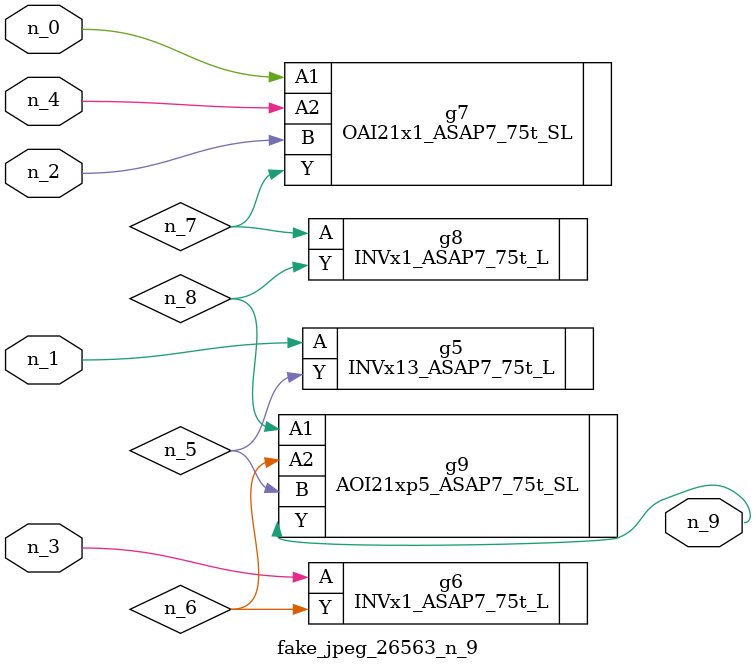
<source format=v>
module fake_jpeg_26563_n_9 (n_3, n_2, n_1, n_0, n_4, n_9);

input n_3;
input n_2;
input n_1;
input n_0;
input n_4;

output n_9;

wire n_8;
wire n_6;
wire n_5;
wire n_7;

INVx13_ASAP7_75t_L g5 ( 
.A(n_1),
.Y(n_5)
);

INVx1_ASAP7_75t_L g6 ( 
.A(n_3),
.Y(n_6)
);

OAI21x1_ASAP7_75t_SL g7 ( 
.A1(n_0),
.A2(n_4),
.B(n_2),
.Y(n_7)
);

INVx1_ASAP7_75t_L g8 ( 
.A(n_7),
.Y(n_8)
);

AOI21xp5_ASAP7_75t_SL g9 ( 
.A1(n_8),
.A2(n_6),
.B(n_5),
.Y(n_9)
);


endmodule
</source>
